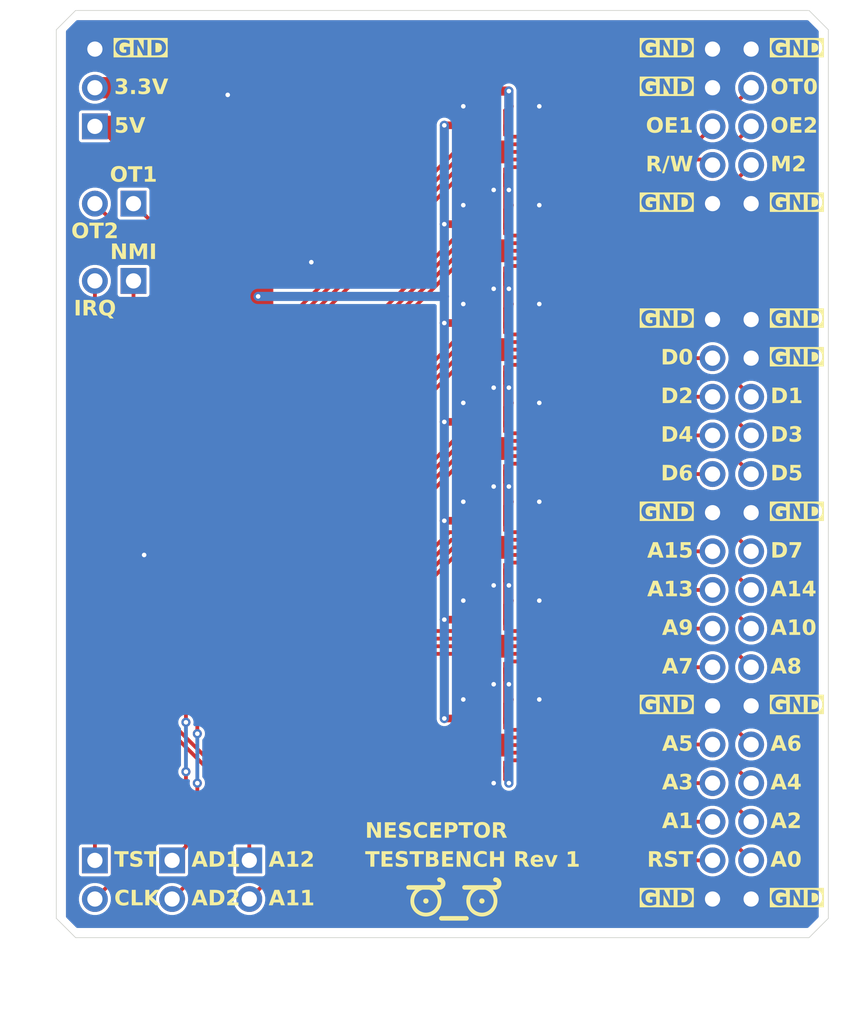
<source format=kicad_pcb>
(kicad_pcb (version 20241229) (generator "pcbnew") (generator_version "9.0")
  (layers (0 "F.Cu" signal) (2 "B.Cu" signal) (13 "F.Paste" user) (15 "B.Paste" user) (5 "F.SilkS" user "F.Silkscreen") (7 "B.SilkS" user "B.Silkscreen") (1 "F.Mask" user) (3 "B.Mask" user) (25 "Edge.Cuts" user))
  (net 0 "")
  (net 1 "GND")
  (net 2 "+5V")
  (net 3 "+3.3V")
  (net 4 "Net-(J1-A11)")
  (net 5 "D2")
  (net 6 "Net-(J1-OUT2)")
  (net 7 "D3")
  (net 8 "R{slash}W")
  (net 9 "A1")
  (net 10 "D5")
  (net 11 "A0")
  (net 12 "A14")
  (net 13 "RST")
  (net 14 "Net-(J1-TST)")
  (net 15 "OUT0")
  (net 16 "D4")
  (net 18 "Net-(J1-AD1)")
  (net 19 "Net-(J1-{slash}IRQ)")
  (net 20 "Net-(J1-CLK)")
  (net 21 "Net-(J1-{slash}NMI)")
  (net 22 "A13")
  (net 24 "M2")
  (net 25 "A2")
  (net 26 "{slash}OE1")
  (net 27 "A5")
  (net 28 "A7")
  (net 29 "D6")
  (net 30 "A15")
  (net 31 "Net-(J1-AD2)")
  (net 32 "D0")
  (net 33 "{slash}OE2")
  (net 34 "A6")
  (net 35 "D1")
  (net 36 "A3")
  (net 37 "Net-(J1-A12)")
  (net 38 "Net-(J1-OUT1)")
  (net 39 "A8")
  (net 40 "A9")
  (net 41 "D7")
  (net 42 "A4")
  (net 43 "A10")
  (net 44 "D5_3")
  (net 45 "D4_3")
  (net 46 "D2_3")
  (net 47 "D7_3")
  (net 48 "D3_3")
  (net 49 "D0_3")
  (net 50 "D1_3")
  (net 51 "D6_3")
  (net 52 "A14_3")
  (net 53 "A10_3")
  (net 54 "OUT0_3")
  (net 55 "A0_3")
  (net 56 "A9_3")
  (net 57 "A13_3")
  (net 58 "A4_3")
  (net 59 "A2_3")
  (net 60 "A3_3")
  (net 61 "R{slash}W_3")
  (net 62 "{slash}OE1_3")
  (net 63 "RST_3")
  (net 64 "M2_3")
  (net 65 "A7_3")
  (net 66 "A5_3")
  (net 67 "A8_3")
  (net 68 "A6_3")
  (net 69 "{slash}OE2_3")
  (net 70 "A1_3")
  (net 71 "A15_3")
  (footprint "nesceptor:DHVQFN-14-1EP_2.5x3mm_P0.5mm_EP1x1.5mm" (layer "F.Cu") (at 138.5 124.5)
    (property "Reference" "U1")
    (property "Value" "~")
  )
  (footprint "Connector_PinHeader_2.54mm:PinHeader_2x05_P2.54mm_Vertical" (layer "F.Cu") (at 152.4 78.74)
    (property "Reference" "J9")
    (property "Value" "Conn_02x05_Odd_Even")
  )
  (footprint "Connector_PinHeader_2.54mm:PinHeader_1x02_P2.54mm_Vertical" (layer "F.Cu") (at 121.92 132.08)
    (property "Reference" "J3")
    (property "Value" "Conn_01x02_Pin")
  )
  (footprint "Connector_PinHeader_2.54mm:PinHeader_1x03_P2.54mm_Vertical" (layer "F.Cu") (at 111.76 83.82 180)
    (property "Reference" "J7")
    (property "Value" "Conn_01x03_Pin")
  )
  (footprint "nesceptor:C_0402_1005Metric" (layer "F.Cu") (at 139.5 95.5)
    (property "Reference" "C2")
    (property "Value" ".1uF")
  )
  (footprint "nesceptor:DHVQFN-14-1EP_2.5x3mm_P0.5mm_EP1x1.5mm" (layer "F.Cu") (at 138.5 92)
    (property "Reference" "U6")
    (property "Value" "~")
  )
  (footprint "nesceptor:C_0402_1005Metric" (layer "F.Cu") (at 137.5 102 180)
    (property "Reference" "C10")
    (property "Value" ".1uF")
  )
  (footprint "nesceptor:C_0402_1005Metric" (layer "F.Cu") (at 137.5 115 180)
    (property "Reference" "C6")
    (property "Value" ".1uF")
  )
  (footprint "nesceptor:C_0402_1005Metric" (layer "F.Cu") (at 137.5 82.5 180)
    (property "Reference" "C4")
    (property "Value" ".1uF")
  )
  (footprint "nesceptor:DHVQFN-14-1EP_2.5x3mm_P0.5mm_EP1x1.5mm" (layer "F.Cu") (at 138.5 85.5)
    (property "Reference" "U7")
    (property "Value" "~")
  )
  (footprint "nesceptor:C_0402_1005Metric" (layer "F.Cu") (at 137.48 108.5 180)
    (property "Reference" "C14")
    (property "Value" ".1uF")
  )
  (footprint "nesceptor:C_0402_1005Metric" (layer "F.Cu") (at 139.5 121.5)
    (property "Reference" "C15")
    (property "Value" ".1uF")
  )
  (footprint "nesceptor:DHVQFN-14-1EP_2.5x3mm_P0.5mm_EP1x1.5mm" (layer "F.Cu") (at 138.5 105)
    (property "Reference" "U4")
    (property "Value" "~")
  )
  (footprint "Capacitor_SMD:C_0805_2012Metric" (layer "F.Cu") (at 123.75 81.75 180)
    (property "Reference" "C16")
    (property "Value" "1uF")
  )
  (footprint "Connector_PinHeader_2.54mm:PinHeader_2x16_P2.54mm_Vertical" (layer "F.Cu") (at 154.94 134.62 180)
    (property "Reference" "J10")
    (property "Value" "Conn_02x16_Odd_Even")
  )
  (footprint "nesceptor:C_0402_1005Metric" (layer "F.Cu") (at 137.5 89 180)
    (property "Reference" "C8")
    (property "Value" ".1uF")
  )
  (footprint "Connector_PinHeader_2.54mm:PinHeader_1x02_P2.54mm_Vertical" (layer "F.Cu") (at 111.76 132.08)
    (property "Reference" "J4")
    (property "Value" "Conn_01x02_Pin")
  )
  (footprint "nesceptor:C_0402_1005Metric" (layer "F.Cu") (at 137.5 121.5 180)
    (property "Reference" "C11")
    (property "Value" ".1uF")
  )
  (footprint "nesceptor:C_0402_1005Metric" (layer "F.Cu") (at 137.5 95.5 180)
    (property "Reference" "C3")
    (property "Value" ".1uF")
  )
  (footprint "nesceptor:DHVQFN-14-1EP_2.5x3mm_P0.5mm_EP1x1.5mm" (layer "F.Cu") (at 138.5 111.5)
    (property "Reference" "U2")
    (property "Value" "~")
  )
  (footprint "Connector_PinHeader_2.54mm:PinHeader_1x02_P2.54mm_Vertical" (layer "F.Cu") (at 114.3 93.98 -90)
    (property "Reference" "J5")
    (property "Value" "Conn_01x02_Pin")
  )
  (footprint "nesceptor:C_0402_1005Metric" (layer "F.Cu") (at 139.5 82.5)
    (property "Reference" "C12")
    (property "Value" ".1uF")
  )
  (footprint "nesceptor:C_0402_1005Metric" (layer "F.Cu") (at 139.5 115)
    (property "Reference" "C5")
    (property "Value" ".1uF")
  )
  (footprint "nesceptor:C_0402_1005Metric" (layer "F.Cu") (at 139.5 102)
    (property "Reference" "C9")
    (property "Value" ".1uF")
  )
  (footprint "nesceptor:C_0402_1005Metric" (layer "F.Cu") (at 139.5 89)
    (property "Reference" "C7")
    (property "Value" ".1uF")
  )
  (footprint "Connector_PinHeader_2.54mm:PinHeader_1x02_P2.54mm_Vertical" (layer "F.Cu") (at 114.3 88.9 -90)
    (property "Reference" "J6")
    (property "Value" "Conn_01x02_Pin")
  )
  (footprint "Connector_PinHeader_2.54mm:PinHeader_1x02_P2.54mm_Vertical" (layer "F.Cu") (at 116.84 132.08)
    (property "Reference" "J2")
    (property "Value" "Conn_01x02_Pin")
  )
  (footprint "nesceptor:DHVQFN-14-1EP_2.5x3mm_P0.5mm_EP1x1.5mm" (layer "F.Cu") (at 138.5 118)
    (property "Reference" "U3")
    (property "Value" "~")
  )
  (footprint "nesceptor:C_0402_1005Metric" (layer "F.Cu") (at 139.5 108.5)
    (property "Reference" "C13")
    (property "Value" ".1uF")
  )
  (footprint "Capacitor_SMD:C_0805_2012Metric" (layer "F.Cu") (at 123.75 92.75)
    (property "Reference" "C1")
    (property "Value" "1uF")
  )
  (footprint "Package_TO_SOT_SMD:SOT-223" (layer "F.Cu") (at 123.75 87.25)
    (property "Reference" "U8")
    (property "Value" "~")
  )
  (footprint "nesceptor:DHVQFN-14-1EP_2.5x3mm_P0.5mm_EP1x1.5mm" (layer "F.Cu") (at 138.5 98.5)
    (property "Reference" "U5")
    (property "Value" "~")
  )
  (footprint "nesceptor:CON_5051104091_MOL" (layer "F.Cu") (at 114.249999 111.75 -90)
    (property "Reference" "J1")
    (property "Value" "5051104091")
  )
  (gr_line (start 132.3975 133.858) (end 134.4295 133.858) (stroke (width 0.3)) (layer "F.SilkS"))
  (gr_circle (center 137.2235 134.747) (end 137.3735 134.747) (stroke (width 0.05)) (fill yes) (layer "F.SilkS"))
  (gr_circle (center 137.2235 134.747) (end 137.8585 135.382) (stroke (width 0.25)) (fill no) (layer "F.SilkS"))
  (gr_line (start 136.0805 133.858) (end 138.1125 133.858) (stroke (width 0.3)) (layer "F.SilkS"))
  (gr_circle (center 133.5405 134.747) (end 133.6905 134.747) (stroke (width 0.05)) (fill yes) (layer "F.SilkS"))
  (gr_circle (center 133.5405 134.747) (end 134.1755 135.382) (stroke (width 0.25)) (fill no) (layer "F.SilkS"))
  (gr_line (start 134.5565 135.89) (end 136.2075 135.89) (stroke (width 0.3)) (layer "F.SilkS"))
  (gr_arc (start 134.4295 133.35) (mid 134.6835 133.604) (end 134.4295 133.858) (stroke (width 0.3)) (layer "F.SilkS"))
  (gr_arc (start 138.1125 133.35) (mid 138.3665 133.604) (end 138.1125 133.858) (stroke (width 0.3)) (layer "F.SilkS"))
  (gr_line (start 110.49 76.2) (end 158.75 76.2) (stroke (width 0.05)) (layer "Edge.Cuts"))
  (gr_line (start 158.75 137.16) (end 110.49 137.16) (stroke (width 0.05)) (layer "Edge.Cuts"))
  (gr_line (start 109.22 77.47) (end 110.49 76.2) (stroke (width 0.05)) (layer "Edge.Cuts"))
  (gr_line (start 158.75 76.2) (end 160.02 77.47) (stroke (width 0.05)) (layer "Edge.Cuts"))
  (gr_line (start 109.22 83.82) (end 109.22 77.47) (stroke (width 0.05)) (layer "Edge.Cuts"))
  (gr_line (start 110.49 137.16) (end 109.22 135.89) (stroke (width 0.05)) (layer "Edge.Cuts"))
  (gr_line (start 160.02 77.47) (end 160.02 135.89) (stroke (width 0.05)) (layer "Edge.Cuts"))
  (gr_line (start 160.02 135.89) (end 158.75 137.16) (stroke (width 0.05)) (layer "Edge.Cuts"))
  (gr_line (start 109.22 135.89) (end 109.22 83.82) (stroke (width 0.05)) (layer "Edge.Cuts"))
  (gr_text "GND" (at 151.13 121.92 0) (layer "F.SilkS" knockout) (effects (font (size 1 1) (thickness 0.1875) (bold yes)) (justify right)))
  (gr_text "GND" (at 151.13 78.74 0) (layer "F.SilkS" knockout) (effects (font (size 1 1) (thickness 0.1875) (bold yes)) (justify right)))
  (gr_text "D4" (at 151.13 104.14 0) (layer "F.SilkS") (effects (font (size 1 1) (thickness 0.1875) (bold yes)) (justify right)))
  (gr_text "D6" (at 151.13 106.68 0) (layer "F.SilkS") (effects (font (size 1 1) (thickness 0.1875) (bold yes)) (justify right)))
  (gr_text "GND" (at 156.21 109.22 0) (layer "F.SilkS" knockout) (effects (font (size 1 1) (thickness 0.1875) (bold yes)) (justify left)))
  (gr_text "A11" (at 123.19 134.62 0) (layer "F.SilkS") (effects (font (size 1 1) (thickness 0.1875) (bold yes)) (justify left)))
  (gr_text "GND" (at 156.21 121.92 0) (layer "F.SilkS" knockout) (effects (font (size 1 1) (thickness 0.1875) (bold yes)) (justify left)))
  (gr_text "A8" (at 156.21 119.38 0) (layer "F.SilkS") (effects (font (size 1 1) (thickness 0.1875) (bold yes)) (justify left)))
  (gr_text "AD2" (at 118.11 134.62 0) (layer "F.SilkS") (effects (font (size 1 1) (thickness 0.1875) (bold yes)) (justify left)))
  (gr_text "D5" (at 156.21 106.68 0) (layer "F.SilkS") (effects (font (size 1 1) (thickness 0.1875) (bold yes)) (justify left)))
  (gr_text "R/W" (at 151.13 86.36 0) (layer "F.SilkS") (effects (font (size 1 1) (thickness 0.1875) (bold yes)) (justify right)))
  (gr_text "GND" (at 151.13 88.9 0) (layer "F.SilkS" knockout) (effects (font (size 1 1) (thickness 0.1875) (bold yes)) (justify right)))
  (gr_text "RST" (at 151.13 132.08 0) (layer "F.SilkS") (effects (font (size 1 1) (thickness 0.1875) (bold yes)) (justify right)))
  (gr_text "TESTBENCH Rev 1" (at 129.54 132.08 0) (layer "F.SilkS") (effects (font (size 1 1) (thickness 0.2) (bold yes)) (justify left)))
  (gr_text "A12" (at 123.19 132.08 0) (layer "F.SilkS") (effects (font (size 1 1) (thickness 0.1875) (bold yes)) (justify left)))
  (gr_text "OT0" (at 156.21 81.28 0) (layer "F.SilkS") (effects (font (size 1 1) (thickness 0.1875) (bold yes)) (justify left)))
  (gr_text "A2" (at 156.21 129.54 0) (layer "F.SilkS") (effects (font (size 1 1) (thickness 0.1875) (bold yes)) (justify left)))
  (gr_text "GND" (at 156.21 99.06 0) (layer "F.SilkS" knockout) (effects (font (size 1 1) (thickness 0.1875) (bold yes)) (justify left)))
  (gr_text "A0" (at 156.21 132.08 0) (layer "F.SilkS") (effects (font (size 1 1) (thickness 0.1875) (bold yes)) (justify left)))
  (gr_text "M2" (at 156.21 86.36 0) (layer "F.SilkS") (effects (font (size 1 1) (thickness 0.1875) (bold yes)) (justify left)))
  (gr_text "GND" (at 156.21 96.52 0) (layer "F.SilkS" knockout) (effects (font (size 1 1) (thickness 0.1875) (bold yes)) (justify left)))
  (gr_text "AD1" (at 118.11 132.08 0) (layer "F.SilkS") (effects (font (size 1 1) (thickness 0.1875) (bold yes)) (justify left)))
  (gr_text "GND" (at 151.13 134.62 0) (layer "F.SilkS" knockout) (effects (font (size 1 1) (thickness 0.1875) (bold yes)) (justify right)))
  (gr_text "GND" (at 113.03 78.74 0) (layer "F.SilkS" knockout) (effects (font (size 1 1) (thickness 0.1875) (bold yes)) (justify left)))
  (gr_text "D7" (at 156.21 111.76 0) (layer "F.SilkS") (effects (font (size 1 1) (thickness 0.1875) (bold yes)) (justify left)))
  (gr_text "NESCEPTOR" (at 129.54 130.175 0) (layer "F.SilkS") (effects (font (size 1 1) (thickness 0.2) (bold yes)) (justify left)))
  (gr_text "3.3V" (at 113.03 81.28 0) (layer "F.SilkS") (effects (font (size 1 1) (thickness 0.1875) (bold yes)) (justify left)))
  (gr_text "GND" (at 151.13 81.28 0) (layer "F.SilkS" knockout) (effects (font (size 1 1) (thickness 0.1875) (bold yes)) (justify right)))
  (gr_text "A6" (at 156.21 124.46 0) (layer "F.SilkS") (effects (font (size 1 1) (thickness 0.1875) (bold yes)) (justify left)))
  (gr_text "GND" (at 151.13 109.22 0) (layer "F.SilkS" knockout) (effects (font (size 1 1) (thickness 0.1875) (bold yes)) (justify right)))
  (gr_text "CLK\n" (at 113.03 134.62 0) (layer "F.SilkS") (effects (font (size 1 1) (thickness 0.1875) (bold yes)) (justify left)))
  (gr_text "A1" (at 151.13 129.54 0) (layer "F.SilkS") (effects (font (size 1 1) (thickness 0.1875) (bold yes)) (justify right)))
  (gr_text "OT1" (at 114.3 87.63 0) (layer "F.SilkS") (effects (font (size 1 1) (thickness 0.1875) (bold yes)) (justify bottom)))
  (gr_text "A13" (at 151.13 114.3 0) (layer "F.SilkS") (effects (font (size 1 1) (thickness 0.1875) (bold yes)) (justify right)))
  (gr_text "D0" (at 151.13 99.06 0) (layer "F.SilkS") (effects (font (size 1 1) (thickness 0.1875) (bold yes)) (justify right)))
  (gr_text "OE1" (at 151.13 83.82 0) (layer "F.SilkS") (effects (font (size 1 1) (thickness 0.1875) (bold yes)) (justify right)))
  (gr_text "A14" (at 156.21 114.3 0) (layer "F.SilkS") (effects (font (size 1 1) (thickness 0.1875) (bold yes)) (justify left)))
  (gr_text "A7" (at 151.13 119.38 0) (layer "F.SilkS") (effects (font (size 1 1) (thickness 0.1875) (bold yes)) (justify right)))
  (gr_text "NMI" (at 114.3 92.71 0) (layer "F.SilkS") (effects (font (size 1 1) (thickness 0.1875) (bold yes)) (justify bottom)))
  (gr_text "GND" (at 156.21 88.9 0) (layer "F.SilkS" knockout) (effects (font (size 1 1) (thickness 0.1875) (bold yes)) (justify left)))
  (gr_text "GND" (at 156.21 134.62 0) (layer "F.SilkS" knockout) (effects (font (size 1 1) (thickness 0.1875) (bold yes)) (justify left)))
  (gr_text "OT2" (at 111.76 90.17 0) (layer "F.SilkS") (effects (font (size 1 1) (thickness 0.1875) (bold yes)) (justify top)))
  (gr_text "D2" (at 151.13 101.6 0) (layer "F.SilkS") (effects (font (size 1 1) (thickness 0.1875) (bold yes)) (justify right)))
  (gr_text "A4" (at 156.21 127 0) (layer "F.SilkS") (effects (font (size 1 1) (thickness 0.1875) (bold yes)) (justify left)))
  (gr_text "A9" (at 151.13 116.84 0) (layer "F.SilkS") (effects (font (size 1 1) (thickness 0.1875) (bold yes)) (justify right)))
  (gr_text "A3" (at 151.13 127 0) (layer "F.SilkS") (effects (font (size 1 1) (thickness 0.1875) (bold yes)) (justify right)))
  (gr_text "D3" (at 156.21 104.14 0) (layer "F.SilkS") (effects (font (size 1 1) (thickness 0.1875) (bold yes)) (justify left)))
  (gr_text "GND" (at 156.21 78.74 0) (layer "F.SilkS" knockout) (effects (font (size 1 1) (thickness 0.1875) (bold yes)) (justify left)))
  (gr_text "A10" (at 156.21 116.84 0) (layer "F.SilkS") (effects (font (size 1 1) (thickness 0.1875) (bold yes)) (justify left)))
  (gr_text "A15" (at 151.13 111.76 0) (layer "F.SilkS") (effects (font (size 1 1) (thickness 0.1875) (bold yes)) (justify right)))
  (gr_text "A5" (at 151.13 124.46 0) (layer "F.SilkS") (effects (font (size 1 1) (thickness 0.1875) (bold yes)) (justify right)))
  (gr_text "D1" (at 156.21 101.6 0) (layer "F.SilkS") (effects (font (size 1 1) (thickness 0.1875) (bold yes)) (justify left)))
  (gr_text "IRQ" (at 111.76 95.25 0) (layer "F.SilkS") (effects (font (size 1 1) (thickness 0.1875) (bold yes)) (justify top)))
  (gr_text "OE2" (at 156.21 83.82 0) (layer "F.SilkS") (effects (font (size 1 1) (thickness 0.1875) (bold yes)) (justify left)))
  (gr_text "TST" (at 113.03 132.08 0) (layer "F.SilkS") (effects (font (size 1 1) (thickness 0.1875) (bold yes)) (justify left)))
  (gr_text "GND" (at 151.13 96.52 0) (layer "F.SilkS" knockout) (effects (font (size 1 1) (thickness 0.1875) (bold yes)) (justify right)))
  (gr_text "5V" (at 113.03 83.82 0) (layer "F.SilkS") (effects (font (size 1 1) (thickness 0.1875) (bold yes)) (justify left)))
  (segment (start 116.699999 112) (end 115 112) (width 0.25) (layer "F.Cu") (net 1))
  (segment (start 139.98 108.5) (end 141 108.5) (width 0.6) (layer "F.Cu") (net 1))
  (segment (start 138.25 125.9375) (end 138.25 126.75) (width 0.25) (layer "F.Cu") (net 1))
  (segment (start 138.25 126.75) (end 138 127) (width 0.25) (layer "F.Cu") (net 1))
  (segment (start 137.02 95.5) (end 136 95.5) (width 0.6) (layer "F.Cu") (net 1))
  (segment (start 139.98 102) (end 141 102) (width 0.6) (layer "F.Cu") (net 1))
  (segment (start 138.25 94.25) (end 138 94.5) (width 0.25) (layer "F.Cu") (net 1))
  (segment (start 138.25 100.75) (end 138 101) (width 0.25) (layer "F.Cu") (net 1))
  (segment (start 137.02 102) (end 136 102) (width 0.6) (layer "F.Cu") (net 1))
  (segment (start 138.25 113.75) (end 138 114) (width 0.25) (layer "F.Cu") (net 1))
  (segment (start 138.25 93.4375) (end 138.25 94.25) (width 0.25) (layer "F.Cu") (net 1))
  (segment (start 137.02 82.5) (end 136 82.5) (width 0.6) (layer "F.Cu") (net 1))
  (segment (start 138.25 120.25) (end 138 120.5) (width 0.25) (layer "F.Cu") (net 1))
  (segment (start 138.25 99.9375) (end 138.25 100.75) (width 0.25) (layer "F.Cu") (net 1))
  (segment (start 139.98 115) (end 141 115) (width 0.6) (layer "F.Cu") (net 1))
  (segment (start 138.25 106.4375) (end 138.25 107.25) (width 0.25) (layer "F.Cu") (net 1))
  (segment (start 137.02 89) (end 136 89) (width 0.6) (layer "F.Cu") (net 1))
  (segment (start 139.98 95.5) (end 141 95.5) (width 0.6) (layer "F.Cu") (net 1))
  (segment (start 139.98 89) (end 141 89) (width 0.6) (layer "F.Cu") (net 1))
  (segment (start 117.49 78.74) (end 120.5 81.75) (width 1.4) (layer "F.Cu") (net 1))
  (segment (start 111.76 78.74) (end 117.49 78.74) (width 1.4) (layer "F.Cu") (net 1))
  (segment (start 138.25 107.25) (end 138 107.5) (width 0.25) (layer "F.Cu") (net 1))
  (segment (start 139.98 121.5) (end 141 121.5) (width 0.6) (layer "F.Cu") (net 1))
  (segment (start 137.02 121.5) (end 136 121.5) (width 0.6) (layer "F.Cu") (net 1))
  (segment (start 137 108.5) (end 136 108.5) (width 0.6) (layer "F.Cu") (net 1))
  (segment (start 137.02 115) (end 136 115) (width 0.6) (layer "F.Cu") (net 1))
  (segment (start 138.25 119.4375) (end 138.25 120.25) (width 0.25) (layer "F.Cu") (net 1))
  (segment (start 124.7 92.75) (end 126 92.75) (width 0.6) (layer "F.Cu") (net 1))
  (segment (start 138.25 112.9375) (end 138.25 113.75) (width 0.25) (layer "F.Cu") (net 1))
  (segment (start 139.98 82.5) (end 141 82.5) (width 0.6) (layer "F.Cu") (net 1))
  (segment (start 138.25 86.9375) (end 138.25 87.75) (width 0.25) (layer "F.Cu") (net 1))
  (segment (start 138.25 87.75) (end 138 88) (width 0.25) (layer "F.Cu") (net 1))
  (via (at 136 115) (size 0.6) (drill 0.3) (layers "F.Cu" "B.Cu") (net 1))
  (via (at 136 95.5) (size 0.6) (drill 0.3) (layers "F.Cu" "B.Cu") (net 1))
  (via (at 136 102) (size 0.6) (drill 0.3) (layers "F.Cu" "B.Cu") (net 1))
  (via (at 141 89) (size 0.6) (drill 0.3) (layers "F.Cu" "B.Cu") (net 1))
  (via (at 138 114) (size 0.6) (drill 0.3) (layers "F.Cu" "B.Cu") (net 1))
  (via (at 136 89) (size 0.6) (drill 0.3) (layers "F.Cu" "B.Cu") (net 1))
  (via (at 136 121.5) (size 0.6) (drill 0.3) (layers "F.Cu" "B.Cu") (net 1))
  (via (at 141 121.5) (size 0.6) (drill 0.3) (layers "F.Cu" "B.Cu") (net 1))
  (via (at 138 107.5) (size 0.6) (drill 0.3) (layers "F.Cu" "B.Cu") (net 1))
  (via (at 138 120.5) (size 0.6) (drill 0.3) (layers "F.Cu" "B.Cu") (net 1))
  (via (at 120.5 81.75) (size 0.6) (drill 0.3) (layers "F.Cu" "B.Cu") (net 1))
  (via (at 141 95.5) (size 0.6) (drill 0.3) (layers "F.Cu" "B.Cu") (net 1))
  (via (at 136 108.5) (size 0.6) (drill 0.3) (layers "F.Cu" "B.Cu") (net 1))
  (via (at 141 102) (size 0.6) (drill 0.3) (layers "F.Cu" "B.Cu") (net 1))
  (via (at 138 101) (size 0.6) (drill 0.3) (layers "F.Cu" "B.Cu") (net 1))
  (via (at 138 94.5) (size 0.6) (drill 0.3) (layers "F.Cu" "B.Cu") (net 1))
  (via (at 115 112) (size 0.6) (drill 0.3) (layers "F.Cu" "B.Cu") (net 1))
  (via (at 138 127) (size 0.6) (drill 0.3) (layers "F.Cu" "B.Cu") (net 1))
  (via (at 141 108.5) (size 0.6) (drill 0.3) (layers "F.Cu" "B.Cu") (net 1))
  (via (at 141 82.5) (size 0.6) (drill 0.3) (layers "F.Cu" "B.Cu") (net 1))
  (via (at 136 82.5) (size 0.6) (drill 0.3) (layers "F.Cu" "B.Cu") (net 1))
  (via (at 141 115) (size 0.6) (drill 0.3) (layers "F.Cu" "B.Cu") (net 1))
  (via (at 138 88) (size 0.6) (drill 0.3) (layers "F.Cu" "B.Cu") (net 1))
  (via (at 126 92.75) (size 0.6) (drill 0.3) (layers "F.Cu" "B.Cu") (net 1))
  (segment (start 118.532 89.55) (end 120.6 89.55) (width 1.4) (layer "F.Cu") (net 2))
  (segment (start 112.802 83.82) (end 118.532 89.55) (width 1.4) (layer "F.Cu") (net 2))
  (segment (start 111.76 83.82) (end 112.802 83.82) (width 1.4) (layer "F.Cu") (net 2))
  (via (at 134.75 96.75) (size 0.6) (drill 0.3) (layers "F.Cu" "B.Cu") (net 2))
  (via (at 122.5 95) (size 0.6) (drill 0.3) (layers "F.Cu" "B.Cu") (net 2))
  (via (at 134.75 103.25) (size 0.6) (drill 0.3) (layers "F.Cu" "B.Cu") (net 2))
  (via (at 134.75 90.25) (size 0.6) (drill 0.3) (layers "F.Cu" "B.Cu") (net 2))
  (via (at 134.75 83.75) (size 0.6) (drill 0.3) (layers "F.Cu" "B.Cu") (net 2))
  (via (at 134.75 122.75) (size 0.6) (drill 0.3) (layers "F.Cu" "B.Cu") (net 2))
  (via (at 134.75 109.75) (size 0.6) (drill 0.3) (layers "F.Cu" "B.Cu") (net 2))
  (via (at 134.75 116.25) (size 0.6) (drill 0.3) (layers "F.Cu" "B.Cu") (net 2))
  (segment (start 122.5 95) (end 134.75 95) (width 0.6) (layer "B.Cu") (net 2))
  (segment (start 134.75 109.75) (end 134.75 116.25) (width 0.6) (layer "B.Cu") (net 2))
  (segment (start 134.75 103.25) (end 134.75 109.75) (width 0.6) (layer "B.Cu") (net 2))
  (segment (start 134.75 96.75) (end 134.75 103.25) (width 0.6) (layer "B.Cu") (net 2))
  (segment (start 134.75 83.75) (end 134.75 90.25) (width 0.6) (layer "B.Cu") (net 2))
  (segment (start 134.75 95) (end 134.75 96.75) (width 0.6) (layer "B.Cu") (net 2))
  (segment (start 134.75 116.25) (end 134.75 122.75) (width 0.6) (layer "B.Cu") (net 2))
  (segment (start 134.75 90.25) (end 134.75 95) (width 0.6) (layer "B.Cu") (net 2))
  (segment (start 138.75 93.4375) (end 138.75 94.25) (width 0.25) (layer "F.Cu") (net 3))
  (segment (start 138.75 84.0625) (end 138.75 82.77) (width 0.25) (layer "F.Cu") (net 3))
  (segment (start 139 94.5) (end 139 95.48) (width 0.6) (layer "F.Cu") (net 3))
  (segment (start 138.75 100.75) (end 139 101) (width 0.25) (layer "F.Cu") (net 3))
  (segment (start 138.75 108.77) (end 139.02 108.5) (width 0.25) (layer "F.Cu") (net 3))
  (segment (start 139 120.5) (end 139 121.48) (width 0.6) (layer "F.Cu") (net 3))
  (segment (start 139 114.98) (end 139.02 115) (width 0.6) (layer "F.Cu") (net 3))
  (segment (start 138.75 86.9375) (end 138.75 87.75) (width 0.25) (layer "F.Cu") (net 3))
  (segment (start 138.75 126.75) (end 139 127) (width 0.25) (layer "F.Cu") (net 3))
  (segment (start 138.75 97.0625) (end 138.75 95.77) (width 0.25) (layer "F.Cu") (net 3))
  (segment (start 139 88.98) (end 139.02 89) (width 0.6) (layer "F.Cu") (net 3))
  (segment (start 138.75 90.5625) (end 138.75 89.27) (width 0.25) (layer "F.Cu") (net 3))
  (segment (start 118.75 87.25) (end 120.6 87.25) (width 1.4) (layer "F.Cu") (net 3))
  (segment (start 111.76 81.28) (end 112.78 81.28) (width 1.4) (layer "F.Cu") (net 3))
  (segment (start 138.75 119.4375) (end 138.75 120.25) (width 0.25) (layer "F.Cu") (net 3))
  (segment (start 138.75 107.25) (end 139 107.5) (width 0.25) (layer "F.Cu") (net 3))
  (segment (start 138.75 112.9375) (end 138.75 116.5625) (width 0.25) (layer "F.Cu") (net 3))
  (segment (start 138.75 99.9375) (end 138.75 100.75) (width 0.25) (layer "F.Cu") (net 3))
  (segment (start 138.75 113.75) (end 139 114) (width 0.25) (layer "F.Cu") (net 3))
  (segment (start 138.75 89.27) (end 139.02 89) (width 0.25) (layer "F.Cu") (net 3))
  (segment (start 138.75 123.0625) (end 138.75 121.77) (width 0.25) (layer "F.Cu") (net 3))
  (segment (start 139 114) (end 139 114.98) (width 0.6) (layer "F.Cu") (net 3))
  (segment (start 138.75 119.4375) (end 138.75 123.0625) (width 0.25) (layer "F.Cu") (net 3))
  (segment (start 139 107.5) (end 139 108.48) (width 0.6) (layer "F.Cu") (net 3))
  (segment (start 139 95.48) (end 139.02 95.5) (width 0.6) (layer "F.Cu") (net 3))
  (segment (start 139 101.98) (end 139.02 102) (width 0.6) (layer "F.Cu") (net 3))
  (segment (start 139 101) (end 139 101.98) (width 0.6) (layer "F.Cu") (net 3))
  (segment (start 112.78 81.28) (end 118.75 87.25) (width 1.4) (layer "F.Cu") (net 3))
  (segment (start 138.75 94.25) (end 139 94.5) (width 0.25) (layer "F.Cu") (net 3))
  (segment (start 138.75 86.9375) (end 138.75 90.5625) (width 0.25) (layer "F.Cu") (net 3))
  (segment (start 138.75 95.77) (end 139.02 95.5) (width 0.25) (layer "F.Cu") (net 3))
  (segment (start 139 121.48) (end 139.02 121.5) (width 0.6) (layer "F.Cu") (net 3))
  (segment (start 138.75 120.25) (end 139 120.5) (width 0.25) (layer "F.Cu") (net 3))
  (segment (start 138.75 87.75) (end 139 88) (width 0.25) (layer "F.Cu") (net 3))
  (segment (start 139 81.5) (end 124.95 81.5) (width 0.6) (layer "F.Cu") (net 3))
  (segment (start 138.75 121.77) (end 139.02 121.5) (width 0.25) (layer "F.Cu") (net 3))
  (segment (start 138.75 125.9375) (end 138.75 126.75) (width 0.25) (layer "F.Cu") (net 3))
  (segment (start 138.75 106.4375) (end 138.75 110.0625) (width 0.25) (layer "F.Cu") (net 3))
  (segment (start 138.75 103.5625) (end 138.75 102.27) (width 0.25) (layer "F.Cu") (net 3))
  (segment (start 138.75 106.4375) (end 138.75 107.25) (width 0.25) (layer "F.Cu") (net 3))
  (segment (start 139 108.48) (end 139.02 108.5) (width 0.6) (layer "F.Cu") (net 3))
  (segment (start 138.75 93.4375) (end 138.75 97.0625) (width 0.25) (layer "F.Cu") (net 3))
  (segment (start 138.75 116.5625) (end 138.75 115.27) (width 0.25) (layer "F.Cu") (net 3))
  (segment (start 124.95 81.5) (end 124.7 81.75) (width 0.6) (layer "F.Cu") (net 3))
  (segment (start 138.75 112.9375) (end 138.75 113.75) (width 0.25) (layer "F.Cu") (net 3))
  (segment (start 139 81.5) (end 139 82.48) (width 0.6) (layer "F.Cu") (net 3))
  (segment (start 138.75 115.27) (end 139.02 115) (width 0.25) (layer "F.Cu") (net 3))
  (segment (start 138.75 99.9375) (end 138.75 103.5625) (width 0.25) (layer "F.Cu") (net 3))
  (segment (start 139 82.48) (end 139.02 82.5) (width 0.6) (layer "F.Cu") (net 3))
  (segment (start 138.75 82.77) (end 139.02 82.5) (width 0.25) (layer "F.Cu") (net 3))
  (segment (start 138.75 110.0625) (end 138.75 108.77) (width 0.25) (layer "F.Cu") (net 3))
  (segment (start 139 88) (end 139 88.98) (width 0.6) (layer "F.Cu") (net 3))
  (segment (start 138.75 102.27) (end 139.02 102) (width 0.25) (layer "F.Cu") (net 3))
  (via (at 139 114) (size 0.6) (drill 0.3) (layers "F.Cu" "B.Cu") (net 3))
  (via (at 139 107.5) (size 0.6) (drill 0.3) (layers "F.Cu" "B.Cu") (net 3))
  (via (at 139 127) (size 0.6) (drill 0.3) (layers "F.Cu" "B.Cu") (net 3))
  (via (at 139 88) (size 0.6) (drill 0.3) (layers "F.Cu" "B.Cu") (net 3))
  (via (at 139 81.5) (size 0.6) (drill 0.3) (layers "F.Cu" "B.Cu") (net 3))
  (via (at 139 94.5) (size 0.6) (drill 0.3) (layers "F.Cu" "B.Cu") (net 3))
  (via (at 139 120.5) (size 0.6) (drill 0.3) (layers "F.Cu" "B.Cu") (net 3))
  (via (at 139 101) (size 0.6) (drill 0.3) (layers "F.Cu" "B.Cu") (net 3))
  (segment (start 139 120.5) (end 139 127) (width 0.6) (layer "B.Cu") (net 3))
  (segment (start 139 88) (end 139 94.5) (width 0.6) (layer "B.Cu") (net 3))
  (segment (start 139 94.5) (end 139 101) (width 0.6) (layer "B.Cu") (net 3))
  (segment (start 139 81.5) (end 139 88) (width 0.6) (layer "B.Cu") (net 3))
  (segment (start 139 101) (end 139 107.5) (width 0.6) (layer "B.Cu") (net 3))
  (segment (start 139 107.5) (end 139 114) (width 0.6) (layer "B.Cu") (net 3))
  (segment (start 139 114) (end 139 120.5) (width 0.6) (layer "B.Cu") (net 3))
  (segment (start 115.897998 114.5) (end 115.75 114.647998) (width 0.25) (layer "F.Cu") (net 4))
  (segment (start 116.699999 114.5) (end 115.897998 114.5) (width 0.25) (layer "F.Cu") (net 4))
  (segment (start 115.75 122) (end 123.25 129.5) (width 0.25) (layer "F.Cu") (net 4))
  (segment (start 123.25 129.5) (end 123.25 133.29) (width 0.25) (layer "F.Cu") (net 4))
  (segment (start 115.75 114.647998) (end 115.75 122) (width 0.25) (layer "F.Cu") (net 4))
  (segment (start 123.25 133.29) (end 121.92 134.62) (width 0.25) (layer "F.Cu") (net 4))
  (segment (start 136 92.5) (end 137.3125 92.5) (width 0.25) (layer "F.Cu") (net 5))
  (segment (start 119.500002 108.999998) (end 136 92.5) (width 0.25) (layer "F.Cu") (net 5))
  (segment (start 116.699999 108.999998) (end 119.500002 108.999998) (width 0.25) (layer "F.Cu") (net 5))
  (segment (start 115.422999 103.162808) (end 115.422999 101.25) (width 0.25) (layer "F.Cu") (net 6))
  (segment (start 115.76019 103.499999) (end 115.422999 103.162808) (width 0.25) (layer "F.Cu") (net 6))
  (segment (start 115.422999 101.25) (end 115.799 100.873999) (width 0.25) (layer "F.Cu") (net 6))
  (segment (start 115.799 92.939) (end 111.76 88.9) (width 0.25) (layer "F.Cu") (net 6))
  (segment (start 116.699999 103.499999) (end 115.76019 103.499999) (width 0.25) (layer "F.Cu") (net 6))
  (segment (start 115.799 100.873999) (end 115.799 92.939) (width 0.25) (layer "F.Cu") (net 6))
  (segment (start 123.836571 109.499999) (end 135.83657 97.5) (width 0.25) (layer "F.Cu") (net 7))
  (segment (start 135.83657 97.5) (end 137.3125 97.5) (width 0.25) (layer "F.Cu") (net 7))
  (segment (start 116.699999 109.499999) (end 123.836571 109.499999) (width 0.25) (layer "F.Cu") (net 7))
  (segment (start 117.848848 104.999998) (end 136.848846 86) (width 0.25) (layer "F.Cu") (net 8))
  (segment (start 116.699999 104.999998) (end 117.848848 104.999998) (width 0.25) (layer "F.Cu") (net 8))
  (segment (start 136.848846 86) (end 137.3125 86) (width 0.25) (layer "F.Cu") (net 8))
  (segment (start 127.36219 119.5) (end 131.86219 124) (width 0.25) (layer "F.Cu") (net 9))
  (segment (start 131.86219 124) (end 137.3125 124) (width 0.25) (layer "F.Cu") (net 9))
  (segment (start 116.699999 119.5) (end 127.36219 119.5) (width 0.25) (layer "F.Cu") (net 9))
  (segment (start 124.11219 110.5) (end 136.11219 98.5) (width 0.25) (layer "F.Cu") (net 10))
  (segment (start 116.699999 110.5) (end 124.11219 110.5) (width 0.25) (layer "F.Cu") (net 10))
  (segment (start 136.11219 98.5) (end 137.3125 98.5) (width 0.25) (layer "F.Cu") (net 10))
  (segment (start 116.699999 119.999999) (end 127.22438 120) (width 0.25) (layer "F.Cu") (net 11))
  (segment (start 127.22438 120) (end 131.72438 124.5) (width 0.25) (layer "F.Cu") (net 11))
  (segment (start 131.72438 124.5) (end 137.3125 124.5) (width 0.25) (layer "F.Cu") (net 11))
  (segment (start 116.699999 113) (end 128.11219 113) (width 0.25) (layer "F.Cu") (net 12))
  (segment (start 136.11219 105) (end 137.3125 105) (width 0.25) (layer "F.Cu") (net 12))
  (segment (start 128.11219 113) (end 136.11219 105) (width 0.25) (layer "F.Cu") (net 12))
  (segment (start 131.58657 125) (end 137.3125 125) (width 0.25) (layer "F.Cu") (net 13))
  (segment (start 127.08657 120.5) (end 131.58657 125) (width 0.25) (layer "F.Cu") (net 13))
  (segment (start 116.699999 120.5) (end 127.08657 120.5) (width 0.25) (layer "F.Cu") (net 13))
  (segment (start 111.76 111.000189) (end 111.76 132.08) (width 0.25) (layer "F.Cu") (net 14))
  (segment (start 115.76019 106.999999) (end 111.76 111.000189) (width 0.25) (layer "F.Cu") (net 14))
  (segment (start 116.699999 106.999999) (end 115.76019 106.999999) (width 0.25) (layer "F.Cu") (net 14))
  (segment (start 116.699999 102.499998) (end 118.435418 102.499998) (width 0.25) (layer "F.Cu") (net 15))
  (segment (start 136.435416 84.5) (end 137.3125 84.5) (width 0.25) (layer "F.Cu") (net 15))
  (segment (start 118.435418 102.499998) (end 136.435416 84.5) (width 0.25) (layer "F.Cu") (net 15))
  (segment (start 123.974382 109.999998) (end 135.97438 98) (width 0.25) (layer "F.Cu") (net 16))
  (segment (start 116.699999 109.999998) (end 123.974382 109.999998) (width 0.25) (layer "F.Cu") (net 16))
  (segment (start 135.97438 98) (end 137.3125 98) (width 0.25) (layer "F.Cu") (net 16))
  (segment (start 117.75 123) (end 117.75 121.75) (width 0.25) (layer "F.Cu") (net 18))
  (segment (start 117.75 126.25) (end 117.75 131.17) (width 0.25) (layer "F.Cu") (net 18))
  (segment (start 117.75 131.17) (end 116.84 132.08) (width 0.25) (layer "F.Cu") (net 18))
  (segment (start 117.75 121.75) (end 117.499998 121.499998) (width 0.25) (layer "F.Cu") (net 18))
  (segment (start 117.499998 121.499998) (end 116.699999 121.499998) (width 0.25) (layer "F.Cu") (net 18))
  (via (at 117.75 126.25) (size 0.6) (drill 0.3) (layers "F.Cu" "B.Cu") (net 18))
  (via (at 117.75 123) (size 0.6) (drill 0.3) (layers "F.Cu" "B.Cu") (net 18))
  (segment (start 117.75 123) (end 117.75 126.25) (width 0.25) (layer "B.Cu") (net 18))
  (segment (start 111.76 102.51) (end 111.76 93.98) (width 0.25) (layer "F.Cu") (net 19))
  (segment (start 116.699999 105.999999) (end 115.249999 105.999999) (width 0.25) (layer "F.Cu") (net 19))
  (segment (start 115.249999 105.999999) (end 111.76 102.51) (width 0.25) (layer "F.Cu") (net 19))
  (segment (start 116.699999 107.499998) (end 115.898001 107.499998) (width 0.25) (layer "F.Cu") (net 20))
  (segment (start 115.898001 107.499998) (end 112.936 110.461999) (width 0.25) (layer "F.Cu") (net 20))
  (segment (start 112.936 110.461999) (end 112.936 133.444) (width 0.25) (layer "F.Cu") (net 20))
  (segment (start 112.936 133.444) (end 111.76 134.62) (width 0.25) (layer "F.Cu") (net 20))
  (segment (start 114.3 96.161) (end 114.3 93.98) (width 0.25) (layer "F.Cu") (net 21))
  (segment (start 112.211 102.32319) (end 112.211 98.25) (width 0.25) (layer "F.Cu") (net 21))
  (segment (start 115.38781 105.5) (end 112.211 102.32319) (width 0.25) (layer "F.Cu") (net 21))
  (segment (start 116.699999 105.5) (end 115.38781 105.5) (width 0.25) (layer "F.Cu") (net 21))
  (segment (start 112.211 98.25) (end 114.3 96.161) (width 0.25) (layer "F.Cu") (net 21))
  (segment (start 136.25 105.5) (end 137.3125 105.5) (width 0.25) (layer "F.Cu") (net 22))
  (segment (start 128.250001 113.499999) (end 136.25 105.5) (width 0.25) (layer "F.Cu") (net 22))
  (segment (start 116.699999 113.499999) (end 128.250001 113.499999) (width 0.25) (layer "F.Cu") (net 22))
  (segment (start 120.086572 106.499998) (end 135.58657 91) (width 0.25) (layer "F.Cu") (net 24))
  (segment (start 116.699999 106.499998) (end 120.086572 106.499998) (width 0.25) (layer "F.Cu") (net 24))
  (segment (start 135.58657 91) (end 137.3125 91) (width 0.25) (layer "F.Cu") (net 24))
  (segment (start 116.699999 118.999998) (end 127.499998 118.999998) (width 0.25) (layer "F.Cu") (net 25))
  (segment (start 127.499998 118.999998) (end 132 123.5) (width 0.25) (layer "F.Cu") (net 25))
  (segment (start 132 123.5) (end 137.3125 123.5) (width 0.25) (layer "F.Cu") (net 25))
  (segment (start 116.699999 104) (end 117.573226 104) (width 0.25) (layer "F.Cu") (net 26))
  (segment (start 117.573226 104) (end 136.573226 85) (width 0.25) (layer "F.Cu") (net 26))
  (segment (start 136.573226 85) (end 137.3125 85) (width 0.25) (layer "F.Cu") (net 26))
  (segment (start 116.699999 117.499999) (end 137.3125 117.5) (width 0.25) (layer "F.Cu") (net 27))
  (segment (start 135.5 112) (end 137.3125 112) (width 0.25) (layer "F.Cu") (net 28))
  (segment (start 116.699999 116.499998) (end 131.000002 116.499998) (width 0.25) (layer "F.Cu") (net 28))
  (segment (start 131.000002 116.499998) (end 135.5 112) (width 0.25) (layer "F.Cu") (net 28))
  (segment (start 136.25 99) (end 137.3125 99) (width 0.25) (layer "F.Cu") (net 29))
  (segment (start 124.250001 110.999999) (end 136.25 99) (width 0.25) (layer "F.Cu") (net 29))
  (segment (start 116.699999 110.999999) (end 124.250001 110.999999) (width 0.25) (layer "F.Cu") (net 29))
  (segment (start 127.974382 112.499998) (end 135.97438 104.5) (width 0.25) (layer "F.Cu") (net 30))
  (segment (start 135.97438 104.5) (end 137.3125 104.5) (width 0.25) (layer "F.Cu") (net 30))
  (segment (start 116.699999 112.499998) (end 127.974382 112.499998) (width 0.25) (layer "F.Cu") (net 30))
  (segment (start 118.5 127) (end 118.5 132.96) (width 0.25) (layer "F.Cu") (net 31))
  (segment (start 118.5 123.75) (end 118.5 121.25) (width 0.25) (layer "F.Cu") (net 31))
  (segment (start 118.249999 120.999999) (end 116.699999 120.999999) (width 0.25) (layer "F.Cu") (net 31))
  (segment (start 118.5 132.96) (end 116.84 134.62) (width 0.25) (layer "F.Cu") (net 31))
  (segment (start 118.5 121.25) (end 118.249999 120.999999) (width 0.25) (layer "F.Cu") (net 31))
  (via (at 118.5 127) (size 0.6) (drill 0.3) (layers "F.Cu" "B.Cu") (net 31))
  (via (at 118.5 123.75) (size 0.6) (drill 0.3) (layers "F.Cu" "B.Cu") (net 31))
  (segment (start 118.5 123.75) (end 118.5 127) (width 0.25) (layer "B.Cu") (net 31))
  (segment (start 116.699999 108) (end 119.22438 108) (width 0.25) (layer "F.Cu") (net 32))
  (segment (start 119.22438 108) (end 135.72438 91.5) (width 0.25) (layer "F.Cu") (net 32))
  (segment (start 135.72438 91.5) (end 137.3125 91.5) (width 0.25) (layer "F.Cu") (net 32))
  (segment (start 117.711037 104.499999) (end 136.711036 85.5) (width 0.25) (layer "F.Cu") (net 33))
  (segment (start 116.699999 104.499999) (end 117.711037 104.499999) (width 0.25) (layer "F.Cu") (net 33))
  (segment (start 136.711036 85.5) (end 137.3125 85.5) (width 0.25) (layer "F.Cu") (net 33))
  (segment (start 137.3125 117) (end 116.699999 117) (width 0.25) (layer "F.Cu") (net 34))
  (segment (start 119.362191 108.499999) (end 135.86219 92) (width 0.25) (layer "F.Cu") (net 35))
  (segment (start 135.86219 92) (end 137.3125 92) (width 0.25) (layer "F.Cu") (net 35))
  (segment (start 116.699999 108.499999) (end 119.362191 108.499999) (width 0.25) (layer "F.Cu") (net 35))
  (segment (start 116.699999 118.499999) (end 137.3125 118.5) (width 0.25) (layer "F.Cu") (net 36))
  (segment (start 115.25 122.13781) (end 121.92 128.80781) (width 0.25) (layer "F.Cu") (net 37))
  (segment (start 115.25 114.5) (end 115.25 122.13781) (width 0.25) (layer "F.Cu") (net 37))
  (segment (start 116.699999 113.999998) (end 115.750002 113.999998) (width 0.25) (layer "F.Cu") (net 37))
  (segment (start 121.92 128.80781) (end 121.92 132.08) (width 0.25) (layer "F.Cu") (net 37))
  (segment (start 115.750002 113.999998) (end 115.25 114.5) (width 0.25) (layer "F.Cu") (net 37))
  (segment (start 115.873999 101.43681) (end 116.25 101.060809) (width 0.25) (layer "F.Cu") (net 38))
  (segment (start 116.25 101.060809) (end 116.25 90.85) (width 0.25) (layer "F.Cu") (net 38))
  (segment (start 115.898001 103) (end 115.922003 102.975998) (width 0.25) (layer "F.Cu") (net 38))
  (segment (start 115.873999 102.975998) (end 115.873999 101.43681) (width 0.25) (layer "F.Cu") (net 38))
  (segment (start 115.922003 102.975998) (end 115.873999 102.975998) (width 0.25) (layer "F.Cu") (net 38))
  (segment (start 116.699999 103) (end 115.898001 103) (width 0.25) (layer "F.Cu") (net 38))
  (segment (start 116.25 90.85) (end 114.3 88.9) (width 0.25) (layer "F.Cu") (net 38))
  (segment (start 116.699999 115.999999) (end 130.862191 115.999999) (width 0.25) (layer "F.Cu") (net 39))
  (segment (start 135.36219 111.5) (end 137.3125 111.5) (width 0.25) (layer "F.Cu") (net 39))
  (segment (start 130.862191 115.999999) (end 135.36219 111.5) (width 0.25) (layer "F.Cu") (net 39))
  (segment (start 130.72438 115.5) (end 135.22438 111) (width 0.25) (layer "F.Cu") (net 40))
  (segment (start 116.699999 115.5) (end 130.72438 115.5) (width 0.25) (layer "F.Cu") (net 40))
  (segment (start 135.22438 111) (end 137.3125 111) (width 0.25) (layer "F.Cu") (net 40))
  (segment (start 128.336572 111.499998) (end 135.83657 104) (width 0.25) (layer "F.Cu") (net 41))
  (segment (start 116.699999 111.499998) (end 128.336572 111.499998) (width 0.25) (layer "F.Cu") (net 41))
  (segment (start 135.83657 104) (end 137.3125 104) (width 0.25) (layer "F.Cu") (net 41))
  (segment (start 137.3125 118) (end 116.699999 118) (width 0.25) (layer "F.Cu") (net 42))
  (segment (start 130.586571 114.999999) (end 135.08657 110.5) (width 0.25) (layer "F.Cu") (net 43))
  (segment (start 135.08657 110.5) (end 137.3125 110.5) (width 0.25) (layer "F.Cu") (net 43))
  (segment (start 116.699999 114.999999) (end 130.586571 114.999999) (width 0.25) (layer "F.Cu") (net 43))
  (segment (start 141.25 98.5) (end 148.254 105.504) (width 0.25) (layer "F.Cu") (net 44))
  (segment (start 139.6875 98.5) (end 141.25 98.5) (width 0.25) (layer "F.Cu") (net 44))
  (segment (start 148.254 105.504) (end 153.764 105.504) (width 0.25) (layer "F.Cu") (net 44))
  (segment (start 153.764 105.504) (end 154.94 106.68) (width 0.25) (layer "F.Cu") (net 44))
  (segment (start 139.6875 98) (end 141.5 98) (width 0.25) (layer "F.Cu") (net 45))
  (segment (start 147.64 104.14) (end 152.4 104.14) (width 0.25) (layer "F.Cu") (net 45))
  (segment (start 141.5 98) (end 147.64 104.14) (width 0.25) (layer "F.Cu") (net 45))
  (segment (start 149.85 101.6) (end 152.4 101.6) (width 0.25) (layer "F.Cu") (net 46))
  (segment (start 140.75 92.5) (end 149.85 101.6) (width 0.25) (layer "F.Cu") (net 46))
  (segment (start 139.6875 92.5) (end 140.75 92.5) (width 0.25) (layer "F.Cu") (net 46))
  (segment (start 141.25 104) (end 147.834 110.584) (width 0.25) (layer "F.Cu") (net 47))
  (segment (start 139.6875 104) (end 141.25 104) (width 0.25) (layer "F.Cu") (net 47))
  (segment (start 153.764 110.584) (end 154.94 111.76) (width 0.25) (layer "F.Cu") (net 47))
  (segment (start 147.834 110.584) (end 153.764 110.584) (width 0.25) (layer "F.Cu") (net 47))
  (segment (start 141.75 97.5) (end 147.214 102.964) (width 0.25) (layer "F.Cu") (net 48))
  (segment (start 147.214 102.964) (end 153.764 102.964) (width 0.25) (layer "F.Cu") (net 48))
  (segment (start 153.764 102.964) (end 154.94 104.14) (width 0.25) (layer "F.Cu") (net 48))
  (segment (start 139.6875 97.5) (end 141.75 97.5) (width 0.25) (layer "F.Cu") (net 48))
  (segment (start 141.25 91.5) (end 148.81 99.06) (width 0.25) (layer "F.Cu") (net 49))
  (segment (start 148.81 99.06) (end 152.4 99.06) (width 0.25) (layer "F.Cu") (net 49))
  (segment (start 139.6875 91.5) (end 141.25 91.5) (width 0.25) (layer "F.Cu") (net 49))
  (segment (start 141 92) (end 149.424 100.424) (width 0.25) (layer "F.Cu") (net 50))
  (segment (start 149.424 100.424) (end 153.764 100.424) (width 0.25) (layer "F.Cu") (net 50))
  (segment (start 139.6875 92) (end 141 92) (width 0.25) (layer "F.Cu") (net 50))
  (segment (start 153.764 100.424) (end 154.94 101.6) (width 0.25) (layer "F.Cu") (net 50))
  (segment (start 148.68 106.68) (end 152.4 106.68) (width 0.25) (layer "F.Cu") (net 51))
  (segment (start 139.6875 99) (end 141 99) (width 0.25) (layer "F.Cu") (net 51))
  (segment (start 141 99) (end 148.68 106.68) (width 0.25) (layer "F.Cu") (net 51))
  (segment (start 153.764 113.124) (end 154.94 114.3) (width 0.25) (layer "F.Cu") (net 52))
  (segment (start 140.75 105) (end 148.874 113.124) (width 0.25) (layer "F.Cu") (net 52))
  (segment (start 139.6875 105) (end 140.75 105) (width 0.25) (layer "F.Cu") (net 52))
  (segment (start 148.874 113.124) (end 153.764 113.124) (width 0.25) (layer "F.Cu") (net 52))
  (segment (start 141.75 110.5) (end 146.914 115.664) (width 0.25) (layer "F.Cu") (net 53))
  (segment (start 153.764 115.664) (end 154.94 116.84) (width 0.25) (layer "F.Cu") (net 53))
  (segment (start 139.6875 110.5) (end 141.75 110.5) (width 0.25) (layer "F.Cu") (net 53))
  (segment (start 146.914 115.664) (end 153.764 115.664) (width 0.25) (layer "F.Cu") (net 53))
  (segment (start 153.764 82.456) (end 154.94 81.28) (width 0.25) (layer "F.Cu") (net 54))
  (segment (start 139.6875 84.5) (end 150.056884 84.5) (width 0.25) (layer "F.Cu") (net 54))
  (segment (start 150.056884 84.5) (end 152.100884 82.456) (width 0.25) (layer "F.Cu") (net 54))
  (segment (start 152.100884 82.456) (end 153.764 82.456) (width 0.25) (layer "F.Cu") (net 54))
  (segment (start 141.5 124.5) (end 147.75 130.75) (width 0.25) (layer "F.Cu") (net 55))
  (segment (start 153.61 130.75) (end 154.94 132.08) (width 0.25) (layer "F.Cu") (net 55))
  (segment (start 139.6875 124.5) (end 141.5 124.5) (width 0.25) (layer "F.Cu") (net 55))
  (segment (start 147.75 130.75) (end 153.61 130.75) (width 0.25) (layer "F.Cu") (net 55))
  (segment (start 141.5 111) (end 147.34 116.84) (width 0.25) (layer "F.Cu") (net 56))
  (segment (start 139.6875 111) (end 141.5 111) (width 0.25) (layer "F.Cu") (net 56))
  (segment (start 147.34 116.84) (end 152.4 116.84) (width 0.25) (layer "F.Cu") (net 56))
  (segment (start 139.6875 105.5) (end 140.5 105.5) (width 0.25) (layer "F.Cu") (net 57))
  (segment (start 149.3 114.3) (end 152.4 114.3) (width 0.25) (layer "F.Cu") (net 57))
  (segment (start 140.5 105.5) (end 149.3 114.3) (width 0.25) (layer "F.Cu") (net 57))
  (segment (start 141.25 118) (end 149.074 125.824) (width 0.25) (layer "F.Cu") (net 58))
  (segment (start 139.6875 118) (end 141.25 118) (width 0.25) (layer "F.Cu") (net 58))
  (segment (start 149.074 125.824) (end 153.764 125.824) (width 0.25) (layer "F.Cu") (net 58))
  (segment (start 153.764 125.824) (end 154.94 127) (width 0.25) (layer "F.Cu") (net 58))
  (segment (start 142.25 123.5) (end 146.926 128.176) (width 0.25) (layer "F.Cu") (net 59))
  (segment (start 146.926 128.176) (end 153.576 128.176) (width 0.25) (layer "F.Cu") (net 59))
  (segment (start 153.576 128.176) (end 154.94 129.54) (width 0.25) (layer "F.Cu") (net 59))
  (segment (start 139.6875 123.5) (end 142.25 123.5) (width 0.25) (layer "F.Cu") (net 59))
  (segment (start 141 118.5) (end 149.5 127) (width 0.25) (layer "F.Cu") (net 60))
  (segment (start 139.6875 118.5) (end 141 118.5) (width 0.25) (layer "F.Cu") (net 60))
  (segment (start 149.5 127) (end 152.4 127) (width 0.25) (layer "F.Cu") (net 60))
  (segment (start 139.6875 86) (end 152.04 86) (width 0.25) (layer "F.Cu") (net 61))
  (segment (start 152.04 86) (end 152.4 86.36) (width 0.25) (layer "F.Cu") (net 61))
  (segment (start 139.6875 85) (end 151.22 85) (width 0.25) (layer "F.Cu") (net 62))
  (segment (start 151.22 85) (end 152.4 83.82) (width 0.25) (layer "F.Cu") (net 62))
  (segment (start 139.6875 125) (end 141.25 125) (width 0.25) (layer "F.Cu") (net 63))
  (segment (start 141.25 125) (end 148.33 132.08) (width 0.25) (layer "F.Cu") (net 63))
  (segment (start 148.33 132.08) (end 152.4 132.08) (width 0.25) (layer "F.Cu") (net 63))
  (segment (start 139.6875 91) (end 147.75 91) (width 0.25) (layer "F.Cu") (net 64))
  (segment (start 147.75 91) (end 151.214 87.536) (width 0.25) (layer "F.Cu") (net 64))
  (segment (start 153.764 87.536) (end 154.94 86.36) (width 0.25) (layer "F.Cu") (net 64))
  (segment (start 151.214 87.536) (end 153.764 87.536) (width 0.25) (layer "F.Cu") (net 64))
  (segment (start 139.6875 112) (end 141 112) (width 0.25) (layer "F.Cu") (net 65))
  (segment (start 141 112) (end 148.38 119.38) (width 0.25) (layer "F.Cu") (net 65))
  (segment (start 148.38 119.38) (end 152.4 119.38) (width 0.25) (layer "F.Cu") (net 65))
  (segment (start 148.46 124.46) (end 152.4 124.46) (width 0.25) (layer "F.Cu") (net 66))
  (segment (start 141.5 117.5) (end 148.46 124.46) (width 0.25) (layer "F.Cu") (net 66))
  (segment (start 139.6875 117.5) (end 141.5 117.5) (width 0.25) (layer "F.Cu") (net 66))
  (segment (start 147.766 118.016) (end 153.576 118.016) (width 0.25) (layer "F.Cu") (net 67))
  (segment (start 139.6875 111.5) (end 141.25 111.5) (width 0.25) (layer "F.Cu") (net 67))
  (segment (start 141.25 111.5) (end 147.766 118.016) (width 0.25) (layer "F.Cu") (net 67))
  (segment (start 153.576 118.016) (end 154.94 119.38) (width 0.25) (layer "F.Cu") (net 67))
  (segment (start 153.576 123.096) (end 154.94 124.46) (width 0.25) (layer "F.Cu") (net 68))
  (segment (start 147.846 123.096) (end 153.576 123.096) (width 0.25) (layer "F.Cu") (net 68))
  (segment (start 139.6875 117) (end 141.75 117) (width 0.25) (layer "F.Cu") (net 68))
  (segment (start 141.75 117) (end 147.846 123.096) (width 0.25) (layer "F.Cu") (net 68))
  (segment (start 139.6875 85.5) (end 151.596884 85.5) (width 0.25) (layer "F.Cu") (net 69))
  (segment (start 152.100884 84.996) (end 153.764 84.996) (width 0.25) (layer "F.Cu") (net 69))
  (segment (start 151.596884 85.5) (end 152.100884 84.996) (width 0.25) (layer "F.Cu") (net 69))
  (segment (start 153.764 84.996) (end 154.94 83.82) (width 0.25) (layer "F.Cu") (net 69))
  (segment (start 147.54 129.54) (end 152.4 129.54) (width 0.25) (layer "F.Cu") (net 70))
  (segment (start 139.6875 124) (end 142 124) (width 0.25) (layer "F.Cu") (net 70))
  (segment (start 142 124) (end 147.54 129.54) (width 0.25) (layer "F.Cu") (net 70))
  (segment (start 148.26 111.76) (end 152.4 111.76) (width 0.25) (layer "F.Cu") (net 71))
  (segment (start 139.6875 104.5) (end 141 104.5) (width 0.25) (layer "F.Cu") (net 71))
  (segment (start 141 104.5) (end 148.26 111.76) (width 0.25) (layer "F.Cu") (net 71))
  (zone (net 2) (net_name "+5V") (layer "F.Cu") (priority 3) (connect_pads yes (clearance 0.1)) (min_thickness 0.25) (fill yes (thermal_gap 0.5) (thermal_bridge_width 0.5))
    (polygon (pts (xy 134.7 116) (xy 137.5 116) (xy 137.7 115.8) (xy 137.7 114.8) (xy 137.8 114.7) (xy 138.3 114.7) (xy 138.4 114.8) (xy 138.4 116.9) (xy 138.3 117) (xy 138.2 117) (xy 138.1 116.9) (xy 138.1 116.6) (xy 138 116.5) (xy 134.7 116.5)))
  )
  (zone (net 2) (net_name "+5V") (layer "F.Cu") (priority 3) (connect_pads yes (clearance 0.1)) (min_thickness 0.25) (fill yes (thermal_gap 0.5) (thermal_bridge_width 0.5))
    (polygon (pts (xy 134.7 109.5) (xy 137.5 109.5) (xy 137.7 109.3) (xy 137.7 108.3) (xy 137.8 108.2) (xy 138.3 108.2) (xy 138.4 108.3) (xy 138.4 110.4) (xy 138.3 110.5) (xy 138.2 110.5) (xy 138.1 110.4) (xy 138.1 110.1) (xy 138 110) (xy 134.7 110)))
  )
  (zone (net 2) (net_name "+5V") (layer "F.Cu") (priority 3) (connect_pads yes (clearance 0.1)) (min_thickness 0.25) (fill yes (thermal_gap 0.5) (thermal_bridge_width 0.5))
    (polygon (pts (xy 134.7 103) (xy 137.5 103) (xy 137.7 102.8) (xy 137.7 101.8) (xy 137.8 101.7) (xy 138.3 101.7) (xy 138.4 101.8) (xy 138.4 103.9) (xy 138.3 104) (xy 138.2 104) (xy 138.1 103.9) (xy 138.1 103.6) (xy 138 103.5) (xy 134.7 103.5)))
  )
  (zone (net 2) (net_name "+5V") (layer "F.Cu") (priority 4) (connect_pads yes (clearance 0.1)) (min_thickness 0.25) (fill yes (thermal_gap 0.5) (thermal_bridge_width 0.5))
    (polygon (pts (xy 117.25 102) (xy 116.25 102) (xy 116.25 101.75) (xy 119.25 98.75) (xy 119.25 93.75) (xy 123.5 93.75) (xy 123.5 95.75)))
  )
  (zone (net 1) (net_name "GND") (layer "F.Cu") (priority 2) (connect_pads yes (clearance 0.5)) (min_thickness 0.25) (fill yes (thermal_gap 0.5) (thermal_bridge_width 0.5))
    (polygon (pts (xy 119.25 85.75) (xy 123.5 85.75) (xy 123.5 80.5) (xy 119.25 80.5)))
  )
  (zone (net 2) (net_name "+5V") (layer "F.Cu") (priority 3) (connect_pads yes (clearance 0.1)) (min_thickness 0.25) (fill yes (thermal_gap 0.5) (thermal_bridge_width 0.5))
    (polygon (pts (xy 134.7 90) (xy 137.5 90) (xy 137.7 89.8) (xy 137.7 88.8) (xy 137.8 88.7) (xy 138.3 88.7) (xy 138.4 88.8) (xy 138.4 90.9) (xy 138.3 91) (xy 138.2 91) (xy 138.1 90.9) (xy 138.1 90.6) (xy 138 90.5) (xy 134.7 90.5)))
  )
  (zone (net 2) (net_name "+5V") (layer "F.Cu") (priority 3) (connect_pads yes (clearance 0.1)) (min_thickness 0.25) (fill yes (thermal_gap 0.5) (thermal_bridge_width 0.5))
    (polygon (pts (xy 134.7 83.5) (xy 137.5 83.5) (xy 137.7 83.3) (xy 137.7 82.3) (xy 137.8 82.2) (xy 138.3 82.2) (xy 138.4 82.3) (xy 138.4 84.4) (xy 138.3 84.5) (xy 138.2 84.5) (xy 138.1 84.4) (xy 138.1 84.1) (xy 138 84) (xy 134.7 84)))
  )
  (zone (net 2) (net_name "+5V") (layer "F.Cu") (priority 3) (connect_pads yes (clearance 0.1)) (min_thickness 0.25) (fill yes (thermal_gap 0.5) (thermal_bridge_width 0.5))
    (polygon (pts (xy 134.7 96.5) (xy 137.5 96.5) (xy 137.7 96.3) (xy 137.7 95.3) (xy 137.8 95.2) (xy 138.3 95.2) (xy 138.4 95.3) (xy 138.4 97.4) (xy 138.3 97.5) (xy 138.2 97.5) (xy 138.1 97.4) (xy 138.1 97.1) (xy 138 97) (xy 134.7 97)))
  )
  (zone (net 2) (net_name "+5V") (layer "F.Cu") (priority 3) (connect_pads yes (clearance 0.1)) (min_thickness 0.25) (fill yes (thermal_gap 0.5) (thermal_bridge_width 0.5))
    (polygon (pts (xy 134.7 122.5) (xy 137.5 122.5) (xy 137.7 122.3) (xy 137.7 121.3) (xy 137.8 121.2) (xy 138.3 121.2) (xy 138.4 121.3) (xy 138.4 123.4) (xy 138.3 123.5) (xy 138.2 123.5) (xy 138.1 123.4) (xy 138.1 123.1) (xy 138 123) (xy 134.7 123)))
  )
  (zone (net 3) (net_name "+3.3V") (layer "F.Cu") (priority 1) (connect_pads yes (clearance 0.5)) (min_thickness 0.25) (fill yes (thermal_gap 0.5) (thermal_bridge_width 0.5))
    (polygon (pts (xy 119.25 88.25) (xy 125 88.25) (xy 125 90) (xy 128.25 90) (xy 128.25 80.5) (xy 124 80.5) (xy 124 86.25) (xy 119.25 86.25)))
  )
  (zone (net 2) (net_name "+5V") (layer "F.Cu") (connect_pads yes (clearance 0.5)) (min_thickness 0.25) (fill yes (thermal_gap 0.5) (thermal_bridge_width 0.5))
    (polygon (pts (xy 123.5 88.75) (xy 123.5 94) (xy 119.25 94) (xy 119.25 88.75)))
  )
  (zone (net 1) (net_name "GND") (layer "B.Cu") (priority 5) (connect_pads yes (clearance 0.1)) (min_thickness 0.25) (fill yes (thermal_gap 0.5) (thermal_bridge_width 0.5))
    (polygon (pts (xy 109.855 77.47) (xy 110.49 76.835) (xy 158.75 76.835) (xy 159.385 77.47) (xy 159.385 135.89) (xy 158.75 136.525) (xy 110.49 136.525) (xy 109.855 135.89)))
  )
)
</source>
